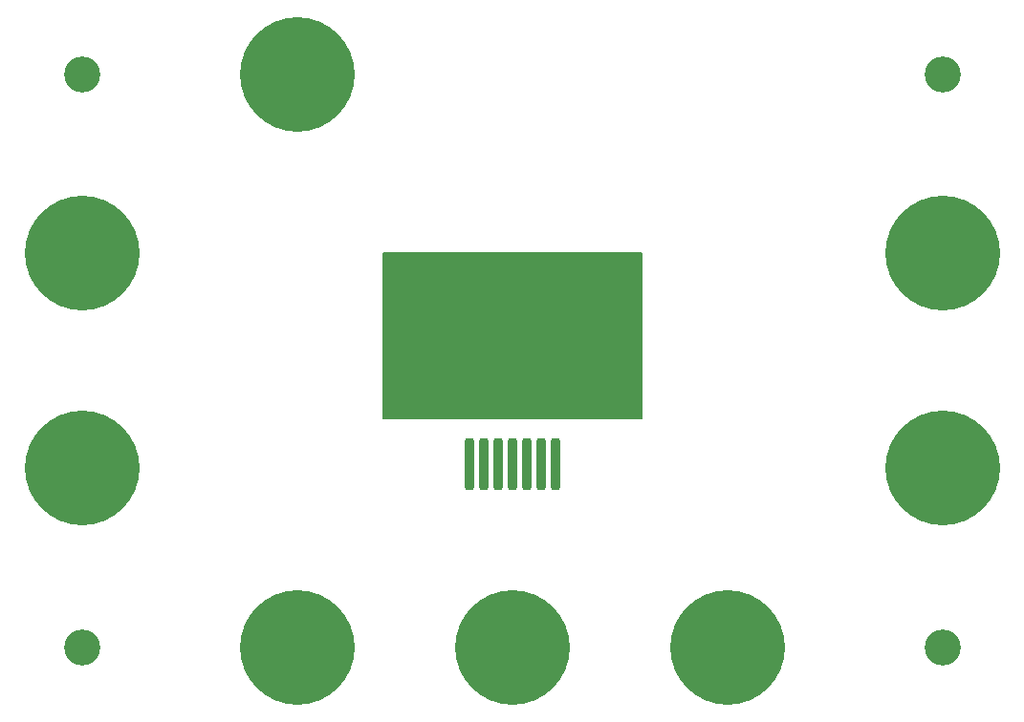
<source format=gbr>
%TF.GenerationSoftware,KiCad,Pcbnew,7.0.9*%
%TF.CreationDate,2023-11-14T16:17:43-06:00*%
%TF.ProjectId,to263-prototype,746f3236-332d-4707-926f-746f74797065,rev?*%
%TF.SameCoordinates,Original*%
%TF.FileFunction,Soldermask,Top*%
%TF.FilePolarity,Negative*%
%FSLAX46Y46*%
G04 Gerber Fmt 4.6, Leading zero omitted, Abs format (unit mm)*
G04 Created by KiCad (PCBNEW 7.0.9) date 2023-11-14 16:17:43*
%MOMM*%
%LPD*%
G01*
G04 APERTURE LIST*
G04 Aperture macros list*
%AMRoundRect*
0 Rectangle with rounded corners*
0 $1 Rounding radius*
0 $2 $3 $4 $5 $6 $7 $8 $9 X,Y pos of 4 corners*
0 Add a 4 corners polygon primitive as box body*
4,1,4,$2,$3,$4,$5,$6,$7,$8,$9,$2,$3,0*
0 Add four circle primitives for the rounded corners*
1,1,$1+$1,$2,$3*
1,1,$1+$1,$4,$5*
1,1,$1+$1,$6,$7*
1,1,$1+$1,$8,$9*
0 Add four rect primitives between the rounded corners*
20,1,$1+$1,$2,$3,$4,$5,0*
20,1,$1+$1,$4,$5,$6,$7,0*
20,1,$1+$1,$6,$7,$8,$9,0*
20,1,$1+$1,$8,$9,$2,$3,0*%
G04 Aperture macros list end*
%ADD10C,0.150000*%
%ADD11C,3.200000*%
%ADD12C,10.160000*%
%ADD13RoundRect,0.200000X0.200000X-2.100000X0.200000X2.100000X-0.200000X2.100000X-0.200000X-2.100000X0*%
%ADD14RoundRect,0.250002X5.149998X-4.449998X5.149998X4.449998X-5.149998X4.449998X-5.149998X-4.449998X0*%
G04 APERTURE END LIST*
D10*
X77470000Y-66675000D02*
X100330000Y-66675000D01*
X100330000Y-81280000D01*
X77470000Y-81280000D01*
X77470000Y-66675000D01*
D11*
%TO.C,REF\u002A\u002A*%
X127000000Y-101600000D03*
%TD*%
D12*
%TO.C,J8*%
X69850000Y-50800000D03*
%TD*%
D11*
%TO.C,REF\u002A\u002A*%
X50800000Y-101600000D03*
%TD*%
%TO.C,REF\u002A\u002A*%
X50800000Y-50800000D03*
%TD*%
D12*
%TO.C,J4*%
X88900000Y-101600000D03*
%TD*%
%TO.C,J1*%
X50800000Y-66675000D03*
%TD*%
%TO.C,J3*%
X69850000Y-101600000D03*
%TD*%
%TO.C,J6*%
X127000000Y-85725000D03*
%TD*%
%TO.C,J5*%
X107950000Y-101600000D03*
%TD*%
D11*
%TO.C,REF\u002A\u002A*%
X127000000Y-50800000D03*
%TD*%
D12*
%TO.C,J2*%
X50800000Y-85725000D03*
%TD*%
%TO.C,J7*%
X127000000Y-66675000D03*
%TD*%
D13*
%TO.C,U1*%
X85090000Y-85350000D03*
X86360000Y-85350000D03*
X87630000Y-85350000D03*
X88900000Y-85350000D03*
D14*
X88900000Y-76200000D03*
D13*
X90170000Y-85350000D03*
X91440000Y-85350000D03*
X92710000Y-85350000D03*
%TD*%
G36*
X100273039Y-66694685D02*
G01*
X100318794Y-66747489D01*
X100330000Y-66799000D01*
X100330000Y-81156000D01*
X100310315Y-81223039D01*
X100257511Y-81268794D01*
X100206000Y-81280000D01*
X77594000Y-81280000D01*
X77526961Y-81260315D01*
X77481206Y-81207511D01*
X77470000Y-81156000D01*
X77470000Y-66799000D01*
X77489685Y-66731961D01*
X77542489Y-66686206D01*
X77594000Y-66675000D01*
X100206000Y-66675000D01*
X100273039Y-66694685D01*
G37*
M02*

</source>
